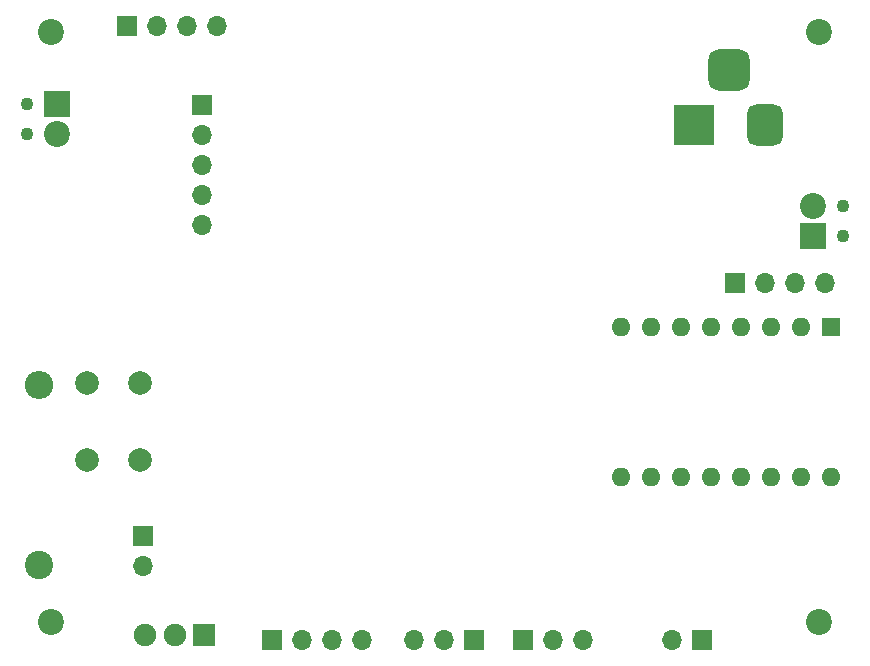
<source format=gbr>
%TF.GenerationSoftware,KiCad,Pcbnew,6.0.10-86aedd382b~118~ubuntu22.10.1*%
%TF.CreationDate,2023-02-13T13:29:29-05:00*%
%TF.ProjectId,WerfenMc_power_edit,57657266-656e-44d6-935f-706f7765725f,rev?*%
%TF.SameCoordinates,Original*%
%TF.FileFunction,Soldermask,Bot*%
%TF.FilePolarity,Negative*%
%FSLAX46Y46*%
G04 Gerber Fmt 4.6, Leading zero omitted, Abs format (unit mm)*
G04 Created by KiCad (PCBNEW 6.0.10-86aedd382b~118~ubuntu22.10.1) date 2023-02-13 13:29:29*
%MOMM*%
%LPD*%
G01*
G04 APERTURE LIST*
G04 Aperture macros list*
%AMRoundRect*
0 Rectangle with rounded corners*
0 $1 Rounding radius*
0 $2 $3 $4 $5 $6 $7 $8 $9 X,Y pos of 4 corners*
0 Add a 4 corners polygon primitive as box body*
4,1,4,$2,$3,$4,$5,$6,$7,$8,$9,$2,$3,0*
0 Add four circle primitives for the rounded corners*
1,1,$1+$1,$2,$3*
1,1,$1+$1,$4,$5*
1,1,$1+$1,$6,$7*
1,1,$1+$1,$8,$9*
0 Add four rect primitives between the rounded corners*
20,1,$1+$1,$2,$3,$4,$5,0*
20,1,$1+$1,$4,$5,$6,$7,0*
20,1,$1+$1,$6,$7,$8,$9,0*
20,1,$1+$1,$8,$9,$2,$3,0*%
G04 Aperture macros list end*
%ADD10R,1.700000X1.700000*%
%ADD11O,1.700000X1.700000*%
%ADD12C,1.100000*%
%ADD13R,2.200000X2.200000*%
%ADD14C,2.200000*%
%ADD15C,2.400000*%
%ADD16O,2.400000X2.400000*%
%ADD17R,1.600000X1.600000*%
%ADD18O,1.600000X1.600000*%
%ADD19R,3.500000X3.500000*%
%ADD20RoundRect,0.750000X0.750000X1.000000X-0.750000X1.000000X-0.750000X-1.000000X0.750000X-1.000000X0*%
%ADD21RoundRect,0.875000X0.875000X0.875000X-0.875000X0.875000X-0.875000X-0.875000X0.875000X-0.875000X0*%
%ADD22R,1.900000X1.900000*%
%ADD23C,1.900000*%
%ADD24C,2.000000*%
G04 APERTURE END LIST*
D10*
%TO.C,S2*%
X75975000Y-81000000D03*
D11*
X78515000Y-81000000D03*
X81055000Y-81000000D03*
%TD*%
D10*
%TO.C,J1*%
X93900000Y-50800000D03*
D11*
X96440000Y-50800000D03*
X98980000Y-50800000D03*
X101520000Y-50800000D03*
%TD*%
D12*
%TO.C,D9*%
X33960000Y-35600000D03*
X33960000Y-38140000D03*
D13*
X36500000Y-35600000D03*
D14*
X36500000Y-38140000D03*
%TD*%
D10*
%TO.C,Q1*%
X43776453Y-72206402D03*
D11*
X43776453Y-74746402D03*
%TD*%
D14*
%TO.C,H2*%
X101000000Y-79500000D03*
%TD*%
D12*
%TO.C,J6*%
X103000000Y-44230000D03*
X103000000Y-46770000D03*
D13*
X100460000Y-46770000D03*
D14*
X100460000Y-44230000D03*
%TD*%
D15*
%TO.C,R1*%
X35000000Y-74620000D03*
D16*
X35000000Y-59380000D03*
%TD*%
D10*
%TO.C,J5*%
X42400000Y-29000000D03*
D11*
X44940000Y-29000000D03*
X47480000Y-29000000D03*
X50020000Y-29000000D03*
%TD*%
D14*
%TO.C,H4*%
X36000000Y-79500000D03*
%TD*%
D10*
%TO.C,J4*%
X54650000Y-81000000D03*
D11*
X57190000Y-81000000D03*
X59730000Y-81000000D03*
X62270000Y-81000000D03*
%TD*%
D14*
%TO.C,H3*%
X36000000Y-29500000D03*
%TD*%
D17*
%TO.C,A1*%
X102000000Y-54500000D03*
D18*
X99460000Y-54500000D03*
X96920000Y-54500000D03*
X94380000Y-54500000D03*
X91840000Y-54500000D03*
X89300000Y-54500000D03*
X86760000Y-54500000D03*
X84220000Y-54500000D03*
X84220000Y-67200000D03*
X86760000Y-67200000D03*
X89300000Y-67200000D03*
X91840000Y-67200000D03*
X94380000Y-67200000D03*
X96920000Y-67200000D03*
X99460000Y-67200000D03*
X102000000Y-67200000D03*
%TD*%
D10*
%TO.C,S3*%
X71750000Y-81000000D03*
D11*
X69210000Y-81000000D03*
X66670000Y-81000000D03*
%TD*%
D19*
%TO.C,J3*%
X90400000Y-37400000D03*
D20*
X96400000Y-37400000D03*
D21*
X93400000Y-32700000D03*
%TD*%
D14*
%TO.C,H1*%
X101000000Y-29500000D03*
%TD*%
D10*
%TO.C,J2*%
X48750000Y-35675000D03*
D11*
X48750000Y-38215000D03*
X48750000Y-40755000D03*
X48750000Y-43295000D03*
X48750000Y-45835000D03*
%TD*%
D22*
%TO.C,S1*%
X48950000Y-80530000D03*
D23*
X46450000Y-80530000D03*
X43950000Y-80530000D03*
%TD*%
D24*
%TO.C,SW1*%
X39000000Y-65760000D03*
X39000000Y-59260000D03*
X43500000Y-65760000D03*
X43500000Y-59260000D03*
%TD*%
D10*
%TO.C,SW2*%
X91100000Y-81000000D03*
D11*
X88560000Y-81000000D03*
%TD*%
M02*

</source>
